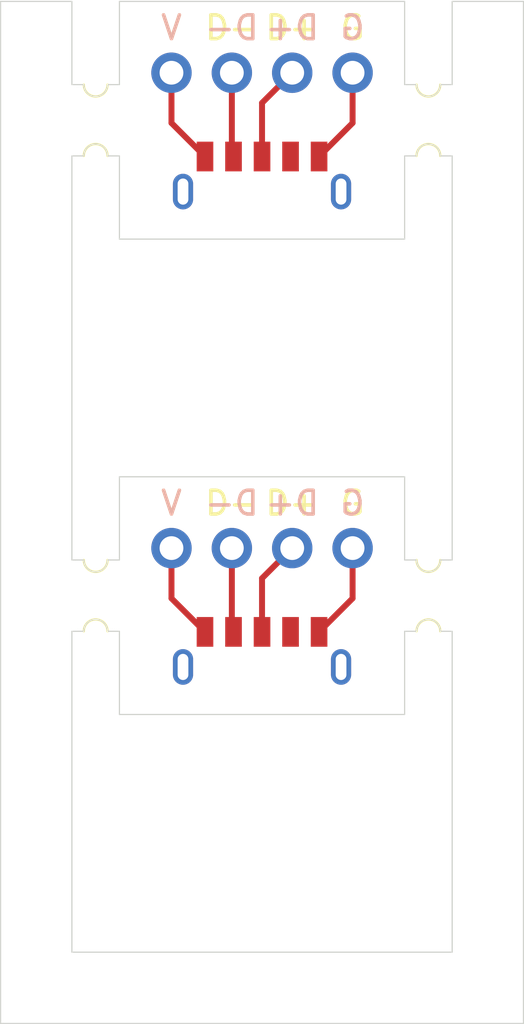
<source format=kicad_pcb>
(kicad_pcb (version 20211014) (generator pcbnew)
  (layers (0 "F.Cu" signal) (31 "B.Cu" signal) (34 "B.Paste" user) (35 "F.Paste" user) (36 "B.SilkS" user "B.Silkscreen") (37 "F.SilkS" user "F.Silkscreen") (38 "B.Mask" user) (39 "F.Mask" user) (44 "Edge.Cuts" user))
  (net 0 "")
  (net 1 "Net-(U1-Pad1)")
  (net 2 "Net-(U1-Pad5)")
  (net 3 "Net-(U1-Pad4)")
  (net 4 "Net-(U1-Pad3)")
  (net 5 "Net-(U1-Pad2)")
  (net 6 "Net-(U1-Pad6)")
  (footprint "htangl:Micro_USB_Male" (layer "F.Cu") (at 30 50)
    (fp_text reference "U1" hide)
    (fp_text value "Male_Micro_USB_Breakout")
    (fp_text user "G" (at 3.81 -6.89) (layer "B.SilkS") (effects (justify mirror)))
    (fp_text user "D-" (at -1.27 -6.89) (layer "B.SilkS") (effects (justify mirror)))
    (fp_text user "D+" (at 1.27 -6.89) (layer "B.SilkS") (effects (justify mirror)))
    (fp_text user "V" (at -3.81 -6.89) (layer "B.SilkS") (effects (justify mirror)))
    (fp_text user "G" (at 3.81 -6.89) (layer "F.SilkS"))
    (fp_text user "D+" (at 1.27 -6.89) (layer "F.SilkS"))
    (fp_text user "D-" (at -1.27 -6.89) (layer "F.SilkS"))
    (fp_text user "V" (at -3.81 -6.89) (layer "F.SilkS"))
    (pad "" np_thru_hole circle (at 1.8 0.1) (size 0.9 0.9) (drill 0.9) (layers *.Cu *.Mask))
    (pad "" np_thru_hole circle (at -1.8 0.1) (size 0.9 0.9) (drill 0.9) (layers *.Cu *.Mask))
    (pad "1" thru_hole circle (at -3.81 -5) (size 1.7 1.7) (drill 1) (layers *.Cu *.Mask))
    (pad "1" smd rect (at -2.4 -1.475) (size 0.7 1.25) (layers "F.Cu" "F.Paste" "F.Mask"))
    (pad "2" smd rect (at -1.2 -1.475) (size 0.7 1.25) (layers "F.Cu" "F.Paste" "F.Mask"))
    (pad "2" thru_hole circle (at -1.27 -5) (size 1.7 1.7) (drill 1) (layers *.Cu *.Mask))
    (pad "3" thru_hole circle (at 1.27 -5) (size 1.7 1.7) (drill 1) (layers *.Cu *.Mask))
    (pad "3" smd rect (at 0 -1.475) (size 0.7 1.25) (layers "F.Cu" "F.Paste" "F.Mask"))
    (pad "4" smd rect (at 1.2 -1.475) (size 0.7 1.25) (layers "F.Cu" "F.Paste" "F.Mask"))
    (pad "5" smd rect (at 2.4 -1.475) (size 0.7 1.25) (layers "F.Cu" "F.Paste" "F.Mask"))
    (pad "5" thru_hole circle (at 3.81 -5) (size 1.7 1.7) (drill 1) (layers *.Cu *.Mask))
    (pad "6" thru_hole oval (at 3.325 0) (size 0.85 1.5) (drill oval 0.45 1.1) (layers *.Cu *.Mask))
    (pad "6" thru_hole oval (at -3.325 0) (size 0.85 1.5) (drill oval 0.45 1.1) (layers *.Cu *.Mask))
  )
  (footprint "panelization:mouse-bite-1mm-slot" (layer "F.Cu") (at 37 47 90)
    (fp_text reference "." hide)
    (fp_text value "." hide)
    (fp_arc (start 1.5 0.5) (mid 1 0) (end 1.5 -0.5) (layer "F.SilkS") (width 0.1))
    (fp_arc (start -1.5 -0.5) (mid -1 0) (end -1.5 0.5) (layer "F.SilkS") (width 0.1))
    (pad "" np_thru_hole circle locked (at -0.35 -1 90) (size 0.5 0.5) (drill 0.5) (layers *.Cu *.Mask))
    (pad "" np_thru_hole circle locked (at -0.35 1 90) (size 0.5 0.5) (drill 0.5) (layers *.Cu *.Mask))
    (pad "" np_thru_hole circle locked (at 1.15 -0.75 90) (size 0.5 0.5) (drill 0.5) (layers *.Cu *.Mask))
    (pad "" np_thru_hole circle locked (at -1.15 -0.75 90) (size 0.5 0.5) (drill 0.5) (layers *.Cu *.Mask))
    (pad "" np_thru_hole circle locked (at 1.15 0.75 90) (size 0.5 0.5) (drill 0.5) (layers *.Cu *.Mask))
    (pad "" np_thru_hole circle locked (at -1.15 0.75 90) (size 0.5 0.5) (drill 0.5) (layers *.Cu *.Mask))
    (pad "" np_thru_hole circle locked (at 0.35 -1 90) (size 0.5 0.5) (drill 0.5) (layers *.Cu *.Mask))
    (pad "" np_thru_hole circle locked (at 0.35 1 90) (size 0.5 0.5) (drill 0.5) (layers *.Cu *.Mask))
  )
  (footprint "panelization:mouse-bite-1mm-slot" (layer "F.Cu") (at 23 47 90)
    (fp_text reference "." hide)
    (fp_text value "." hide)
    (fp_arc (start 1.5 0.5) (mid 1 0) (end 1.5 -0.5) (layer "F.SilkS") (width 0.1))
    (fp_arc (start -1.5 -0.5) (mid -1 0) (end -1.5 0.5) (layer "F.SilkS") (width 0.1))
    (pad "" np_thru_hole circle locked (at 0.35 1 90) (size 0.5 0.5) (drill 0.5) (layers *.Cu *.Mask))
    (pad "" np_thru_hole circle locked (at -0.35 -1 90) (size 0.5 0.5) (drill 0.5) (layers *.Cu *.Mask))
    (pad "" np_thru_hole circle locked (at 1.15 -0.75 90) (size 0.5 0.5) (drill 0.5) (layers *.Cu *.Mask))
    (pad "" np_thru_hole circle locked (at 1.15 0.75 90) (size 0.5 0.5) (drill 0.5) (layers *.Cu *.Mask))
    (pad "" np_thru_hole circle locked (at -1.15 0.75 90) (size 0.5 0.5) (drill 0.5) (layers *.Cu *.Mask))
    (pad "" np_thru_hole circle locked (at -1.15 -0.75 90) (size 0.5 0.5) (drill 0.5) (layers *.Cu *.Mask))
    (pad "" np_thru_hole circle locked (at 0.35 -1 90) (size 0.5 0.5) (drill 0.5) (layers *.Cu *.Mask))
    (pad "" np_thru_hole circle locked (at -0.35 1 90) (size 0.5 0.5) (drill 0.5) (layers *.Cu *.Mask))
  )
  (footprint "htangl:Micro_USB_Male" (layer "F.Cu") (at 30 30)
    (fp_text reference "U1" hide)
    (fp_text value "Male_Micro_USB_Breakout")
    (fp_text user "G" (at 3.81 -6.89) (layer "B.SilkS") (effects (justify mirror)))
    (fp_text user "V" (at -3.81 -6.89) (layer "B.SilkS") (effects (justify mirror)))
    (fp_text user "D+" (at 1.27 -6.89) (layer "B.SilkS") (effects (justify mirror)))
    (fp_text user "D-" (at -1.27 -6.89) (layer "B.SilkS") (effects (justify mirror)))
    (fp_text user "D+" (at 1.27 -6.89) (layer "F.SilkS"))
    (fp_text user "V" (at -3.81 -6.89) (layer "F.SilkS"))
    (fp_text user "D-" (at -1.27 -6.89) (layer "F.SilkS"))
    (fp_text user "G" (at 3.81 -6.89) (layer "F.SilkS"))
    (pad "" np_thru_hole circle (at 1.8 0.1) (size 0.9 0.9) (drill 0.9) (layers *.Cu *.Mask))
    (pad "" np_thru_hole circle (at -1.8 0.1) (size 0.9 0.9) (drill 0.9) (layers *.Cu *.Mask))
    (pad "1" smd rect (at -2.4 -1.475) (size 0.7 1.25) (layers "F.Cu" "F.Paste" "F.Mask") (net 1 "Net-(U1-Pad1)"))
    (pad "1" thru_hole circle (at -3.81 -5) (size 1.7 1.7) (drill 1) (layers *.Cu *.Mask) (net 1 "Net-(U1-Pad1)"))
    (pad "2" thru_hole circle (at -1.27 -5) (size 1.7 1.7) (drill 1) (layers *.Cu *.Mask) (net 5 "Net-(U1-Pad2)"))
    (pad "2" smd rect (at -1.2 -1.475) (size 0.7 1.25) (layers "F.Cu" "F.Paste" "F.Mask") (net 5 "Net-(U1-Pad2)"))
    (pad "3" thru_hole circle (at 1.27 -5) (size 1.7 1.7) (drill 1) (layers *.Cu *.Mask) (net 4 "Net-(U1-Pad3)"))
    (pad "3" smd rect (at 0 -1.475) (size 0.7 1.25) (layers "F.Cu" "F.Paste" "F.Mask") (net 4 "Net-(U1-Pad3)"))
    (pad "4" smd rect (at 1.2 -1.475) (size 0.7 1.25) (layers "F.Cu" "F.Paste" "F.Mask") (net 3 "Net-(U1-Pad4)"))
    (pad "5" smd rect (at 2.4 -1.475) (size 0.7 1.25) (layers "F.Cu" "F.Paste" "F.Mask") (net 2 "Net-(U1-Pad5)"))
    (pad "5" thru_hole circle (at 3.81 -5) (size 1.7 1.7) (drill 1) (layers *.Cu *.Mask) (net 2 "Net-(U1-Pad5)"))
    (pad "6" thru_hole oval (at 3.325 0) (size 0.85 1.5) (drill oval 0.45 1.1) (layers *.Cu *.Mask) (net 6 "Net-(U1-Pad6)"))
    (pad "6" thru_hole oval (at -3.325 0) (size 0.85 1.5) (drill oval 0.45 1.1) (layers *.Cu *.Mask) (net 6 "Net-(U1-Pad6)"))
  )
  (footprint "panelization:mouse-bite-1mm-slot" (layer "F.Cu") (at 37 27 90)
    (fp_text reference "." hide)
    (fp_text value "." hide)
    (fp_arc (start -1.5 -0.5) (mid -1 0) (end -1.5 0.5) (layer "F.SilkS") (width 0.1))
    (fp_arc (start 1.5 0.5) (mid 1 0) (end 1.5 -0.5) (layer "F.SilkS") (width 0.1))
    (pad "" np_thru_hole circle locked (at 1.15 -0.75 90) (size 0.5 0.5) (drill 0.5) (layers *.Cu *.Mask))
    (pad "" np_thru_hole circle locked (at -0.35 -1 90) (size 0.5 0.5) (drill 0.5) (layers *.Cu *.Mask))
    (pad "" np_thru_hole circle locked (at -0.35 1 90) (size 0.5 0.5) (drill 0.5) (layers *.Cu *.Mask))
    (pad "" np_thru_hole circle locked (at -1.15 -0.75 90) (size 0.5 0.5) (drill 0.5) (layers *.Cu *.Mask))
    (pad "" np_thru_hole circle locked (at 1.15 0.75 90) (size 0.5 0.5) (drill 0.5) (layers *.Cu *.Mask))
    (pad "" np_thru_hole circle locked (at 0.35 1 90) (size 0.5 0.5) (drill 0.5) (layers *.Cu *.Mask))
    (pad "" np_thru_hole circle locked (at -1.15 0.75 90) (size 0.5 0.5) (drill 0.5) (layers *.Cu *.Mask))
    (pad "" np_thru_hole circle locked (at 0.35 -1 90) (size 0.5 0.5) (drill 0.5) (layers *.Cu *.Mask))
  )
  (footprint "panelization:mouse-bite-1mm-slot" (layer "F.Cu") (at 23 27 90)
    (fp_text reference "." hide)
    (fp_text value "." hide)
    (fp_arc (start -1.5 -0.5) (mid -1 0) (end -1.5 0.5) (layer "F.SilkS") (width 0.1))
    (fp_arc (start 1.5 0.5) (mid 1 0) (end 1.5 -0.5) (layer "F.SilkS") (width 0.1))
    (pad "" np_thru_hole circle locked (at 0.35 -1 90) (size 0.5 0.5) (drill 0.5) (layers *.Cu *.Mask))
    (pad "" np_thru_hole circle locked (at -0.35 -1 90) (size 0.5 0.5) (drill 0.5) (layers *.Cu *.Mask))
    (pad "" np_thru_hole circle locked (at 0.35 1 90) (size 0.5 0.5) (drill 0.5) (layers *.Cu *.Mask))
    (pad "" np_thru_hole circle locked (at -0.35 1 90) (size 0.5 0.5) (drill 0.5) (layers *.Cu *.Mask))
    (pad "" np_thru_hole circle locked (at -1.15 0.75 90) (size 0.5 0.5) (drill 0.5) (layers *.Cu *.Mask))
    (pad "" np_thru_hole circle locked (at 1.15 -0.75 90) (size 0.5 0.5) (drill 0.5) (layers *.Cu *.Mask))
    (pad "" np_thru_hole circle locked (at -1.15 -0.75 90) (size 0.5 0.5) (drill 0.5) (layers *.Cu *.Mask))
    (pad "" np_thru_hole circle locked (at 1.15 0.75 90) (size 0.5 0.5) (drill 0.5) (layers *.Cu *.Mask))
  )
  (gr_line (start 37.5 48.5) (end 38 48.5) (layer "Edge.Cuts") (width 0.05))
  (gr_line (start 38 48.5) (end 38 52) (layer "Edge.Cuts") (width 0.05))
  (gr_line (start 38 45.5) (end 38 42) (layer "Edge.Cuts") (width 0.05))
  (gr_line (start 37.5 45.5) (end 38 45.5) (layer "Edge.Cuts") (width 0.05))
  (gr_arc (start 37.5 45.5) (mid 37 46) (end 36.5 45.5) (layer "Edge.Cuts") (width 0.05))
  (gr_line (start 24 42) (end 36 42) (layer "Edge.Cuts") (width 0.05))
  (gr_line (start 36 45.5) (end 36 42) (layer "Edge.Cuts") (width 0.05))
  (gr_line (start 36.5 45.5) (end 36 45.5) (layer "Edge.Cuts") (width 0.05))
  (gr_line (start 36 52) (end 24 52) (layer "Edge.Cuts") (width 0.05))
  (gr_arc (start 36.5 48.5) (mid 37 48) (end 37.5 48.5) (layer "Edge.Cuts") (width 0.05))
  (gr_line (start 36 52) (end 36 48.5) (layer "Edge.Cuts") (width 0.05))
  (gr_line (start 36.5 48.5) (end 36 48.5) (layer "Edge.Cuts") (width 0.05))
  (gr_line (start 22.5 48.5) (end 22 48.5) (layer "Edge.Cuts") (width 0.05))
  (gr_arc (start 23.5 45.5) (mid 23 46) (end 22.5 45.5) (layer "Edge.Cuts") (width 0.05))
  (gr_line (start 22.5 45.5) (end 22 45.5) (layer "Edge.Cuts") (width 0.05))
  (gr_line (start 23.5 48.5) (end 24 48.5) (layer "Edge.Cuts") (width 0.05))
  (gr_arc (start 22.5 48.5) (mid 23 48) (end 23.5 48.5) (layer "Edge.Cuts") (width 0.05))
  (gr_line (start 23.5 45.5) (end 24 45.5) (layer "Edge.Cuts") (width 0.05))
  (gr_line (start 24 42) (end 24 45.5) (layer "Edge.Cuts") (width 0.05))
  (gr_line (start 24 52) (end 24 48.5) (layer "Edge.Cuts") (width 0.05))
  (gr_line (start 22 45.5) (end 22 28.5) (layer "Edge.Cuts") (width 0.05))
  (gr_line (start 22 62) (end 22 48.5) (layer "Edge.Cuts") (width 0.05))
  (gr_line (start 22 22) (end 22 25.5) (layer "Edge.Cuts") (width 0.05))
  (gr_line (start 24 25.5) (end 24 22) (layer "Edge.Cuts") (width 0.05))
  (gr_line (start 24 28.5) (end 24 32) (layer "Edge.Cuts") (width 0.05))
  (gr_line (start 36 25.5) (end 36 22) (layer "Edge.Cuts") (width 0.05))
  (gr_line (start 36 32) (end 36 28.5) (layer "Edge.Cuts") (width 0.05))
  (gr_line (start 38 25.5) (end 38 22) (layer "Edge.Cuts") (width 0.05))
  (gr_line (start 38 28.5) (end 38 32) (layer "Edge.Cuts") (width 0.05))
  (gr_line (start 38 22) (end 41 22) (layer "Edge.Cuts") (width 0.05))
  (gr_arc (start 36.5 28.5) (mid 37 28) (end 37.5 28.5) (layer "Edge.Cuts") (width 0.05))
  (gr_arc (start 37.5 25.5) (mid 37 26) (end 36.5 25.5) (layer "Edge.Cuts") (width 0.05))
  (gr_line (start 36.5 28.5) (end 36 28.5) (layer "Edge.Cuts") (width 0.05))
  (gr_line (start 36 32) (end 24 32) (layer "Edge.Cuts") (width 0.05))
  (gr_line (start 41 65) (end 19 65) (layer "Edge.Cuts") (width 0.05))
  (gr_line (start 22.5 25.5) (end 22 25.5) (layer "Edge.Cuts") (width 0.05))
  (gr_line (start 19 22) (end 22 22) (layer "Edge.Cuts") (width 0.05))
  (gr_line (start 37.5 28.5) (end 38 28.5) (layer "Edge.Cuts") (width 0.05))
  (gr_arc (start 22.5 28.5) (mid 23 28) (end 23.5 28.5) (layer "Edge.Cuts") (width 0.05))
  (gr_line (start 24 22) (end 36 22) (layer "Edge.Cuts") (width 0.05))
  (gr_line (start 23.5 25.5) (end 24 25.5) (layer "Edge.Cuts") (width 0.05))
  (gr_line (start 36.5 25.5) (end 36 25.5) (layer "Edge.Cuts") (width 0.05))
  (gr_line (start 38 42) (end 38 32) (layer "Edge.Cuts") (width 0.05))
  (gr_line (start 37.5 25.5) (end 38 25.5) (layer "Edge.Cuts") (width 0.05))
  (gr_arc (start 23.5 25.5) (mid 23 26) (end 22.5 25.5) (layer "Edge.Cuts") (width 0.05))
  (gr_line (start 41 22) (end 41 65) (layer "Edge.Cuts") (width 0.05))
  (gr_line (start 38 62) (end 38 52) (layer "Edge.Cuts") (width 0.05))
  (gr_line (start 19 65) (end 19 22) (layer "Edge.Cuts") (width 0.05))
  (gr_line (start 23.5 28.5) (end 24 28.5) (layer "Edge.Cuts") (width 0.05))
  (gr_line (start 22.5 28.5) (end 22 28.5) (layer "Edge.Cuts") (width 0.05))
  (gr_line (start 22 62) (end 38 62) (layer "Edge.Cuts") (width 0.05))
  (segment (start 30 46.27) (end 30 48.525) (width 0.25) (layer "F.Cu") (net 0))
  (segment (start 26.19 45) (end 26.19 47.115) (width 0.25) (layer "F.Cu") (net 0))
  (segment (start 33.81 47.115) (end 32.4 48.525) (width 0.25) (layer "F.Cu") (net 0))
  (segment (start 33.81 45) (end 33.81 47.115) (width 0.25) (layer "F.Cu") (net 0))
  (segment (start 31.27 45) (end 30 46.27) (width 0.25) (layer "F.Cu") (net 0))
  (segment (start 28.73 48.455) (end 28.8 48.525) (width 0.25) (layer "F.Cu") (net 0))
  (segment (start 28.73 45) (end 28.73 48.455) (width 0.25) (layer "F.Cu") (net 0))
  (segment (start 26.19 47.115) (end 27.6 48.525) (width 0.25) (layer "F.Cu") (net 0))
  (segment (start 26.19 27.115) (end 27.6 28.525) (width 0.25) (layer "F.Cu") (net 1))
  (segment (start 26.19 25) (end 26.19 27.115) (width 0.25) (layer "F.Cu") (net 1))
  (segment (start 33.81 27.115) (end 32.4 28.525) (width 0.25) (layer "F.Cu") (net 2))
  (segment (start 33.81 25) (end 33.81 27.115) (width 0.25) (layer "F.Cu") (net 2))
  (segment (start 30 26.27) (end 30 28.525) (width 0.25) (layer "F.Cu") (net 4))
  (segment (start 31.27 25) (end 30 26.27) (width 0.25) (layer "F.Cu") (net 4))
  (segment (start 28.73 28.455) (end 28.8 28.525) (width 0.25) (layer "F.Cu") (net 5))
  (segment (start 28.73 25) (end 28.73 28.455) (width 0.25) (layer "F.Cu") (net 5))
)
</source>
